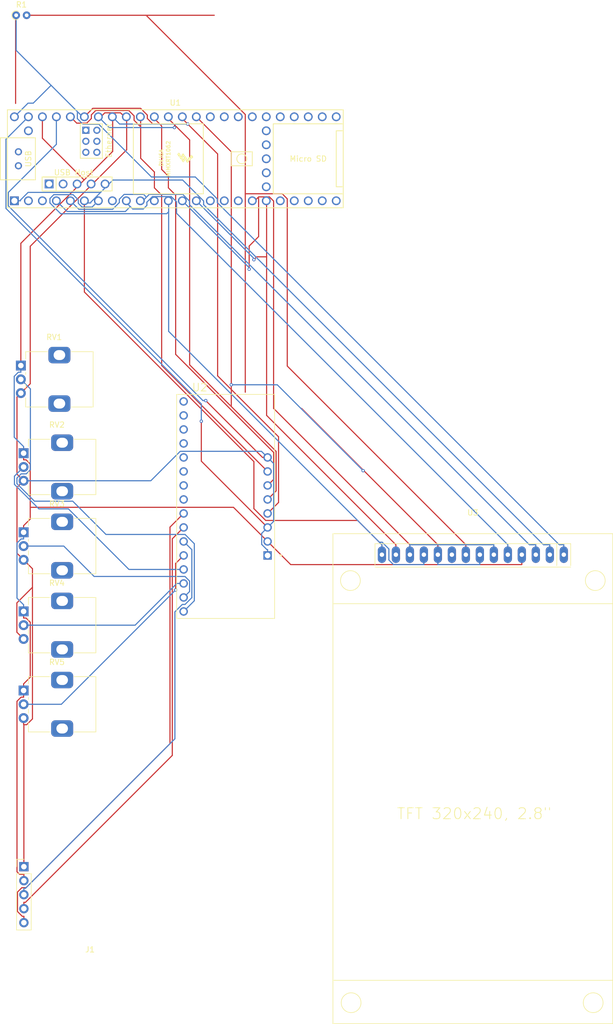
<source format=kicad_pcb>
(kicad_pcb (version 20240108) (generator "pcbnew") (generator_version "8.0")
  (layers (0 "F.Cu" signal) (31 "B.Cu" signal) (34 "B.Paste" user) (35 "F.Paste" user) (36 "B.SilkS" user "B.Silkscreen") (37 "F.SilkS" user "F.Silkscreen") (38 "B.Mask" user) (39 "F.Mask" user) (44 "Edge.Cuts" user))
  (net 0 "")
  (net 1 "Net-(U1-4_BCLK2)")
  (net 3 "Net-(U2-EN)")
  (net 61 "Net-(U1-VIN)")
  (net 62 "Net-(J1-Pin_2)")
  (net 63 "Net-(J1-Pin_3)")
  (net 64 "Net-(J1-Pin_1)")
  (net 65 "Net-(J1-Pin_4)")
  (net 66 "Net-(J1-Pin_5)")
  (net 67 "Net-(U2-C0)")
  (net 68 "Net-(U2-C3)")
  (net 69 "Net-(U2-C1)")
  (net 70 "Net-(U2-C2)")
  (net 71 "Net-(U2-C4)")
  (net 72 "Net-(U1-11_MOSI_CTX1)")
  (net 73 "Net-(U1-12_MISO_MQSL)")
  (net 74 "Net-(U1-19_A5_SCL)")
  (net 75 "Net-(U1-2_OUT2)")
  (net 76 "Net-(U1-22_A8_CTX1)")
  (net 77 "Net-(U1-21_A7_RX5_BCLK1)")
  (net 78 "Net-(U1-5_IN2)")
  (net 79 "Net-(U1-3_LRCLK2)")
  (net 80 "Net-(U1-13_SCK_LED)")
  (net 81 "Net-(U1-20_A6_TX5_LRCLK1)")
  (net 83 "Net-(U3-GND)")
  (net 84 "Net-(U3-LED)")
  (net 86 "Net-(U1-23_A9_CRX1_MCLK1)")
  (footprint "Potentiometer_THT:Potentiometer_Alps_RK09K_Single_Vertical" (layer "F.Cu") (at 15.95 122.65)
    (property "Reference" "RV4" (at 6.05 -5.15 0) (layer "F.SilkS"))
    (property "Value" "R_Potentiometer")
    (pad "1" thru_hole rect (at 0 0) (size 1.8 1.8) (drill 1) (layers "*.Cu" "*.Mask") (net 62 "Net-(J1-Pin_2)"))
    (pad "2" thru_hole circle (at 0 2.5) (size 1.8 1.8) (drill 1) (layers "*.Cu" "*.Mask") (net 70 "Net-(U2-C2)"))
    (pad "3" thru_hole circle (at 0 5) (size 1.8 1.8) (drill 1) (layers "*.Cu" "*.Mask") (net 64 "Net-(J1-Pin_1)"))
    (pad "MP" thru_hole roundrect (at 7 -1.9) (size 4 3) (drill oval 2.1 1.8) (layers "*.Cu" "*.Mask"))
    (pad "MP" thru_hole roundrect (at 7 6.9) (size 4 3) (drill oval 2.1 1.8) (layers "*.Cu" "*.Mask"))
  )
  (footprint "BOB-09056:MODULE_BOB-09056" (layer "F.Cu") (at 52.62 103.61)
    (property "Reference" "U2" (at -4.695 -21.589 0) (layer "F.SilkS") (effects (font (size 1.4 1.4))))
    (property "Value" "BOB-09056")
    (pad "JP1-1" thru_hole circle (at -7.62 19.05) (size 1.53 1.53) (drill 1.02) (layers "*.Cu" "*.Mask") (net 67 "Net-(U2-C0)"))
    (pad "JP1-2" thru_hole circle (at -7.62 16.51) (size 1.53 1.53) (drill 1.02) (layers "*.Cu" "*.Mask") (net 69 "Net-(U2-C1)"))
    (pad "JP1-3" thru_hole circle (at -7.62 13.97) (size 1.53 1.53) (drill 1.02) (layers "*.Cu" "*.Mask") (net 70 "Net-(U2-C2)"))
    (pad "JP1-4" thru_hole circle (at -7.62 11.43) (size 1.53 1.53) (drill 1.02) (layers "*.Cu" "*.Mask") (net 68 "Net-(U2-C3)"))
    (pad "JP1-5" thru_hole circle (at -7.62 8.89) (size 1.53 1.53) (drill 1.02) (layers "*.Cu" "*.Mask") (net 71 "Net-(U2-C4)"))
    (pad "JP1-6" thru_hole circle (at -7.62 6.35) (size 1.53 1.53) (drill 1.02) (layers "*.Cu" "*.Mask") (net 63 "Net-(J1-Pin_3)"))
    (pad "JP1-7" thru_hole circle (at -7.62 3.81) (size 1.53 1.53) (drill 1.02) (layers "*.Cu" "*.Mask") (net 65 "Net-(J1-Pin_4)"))
    (pad "JP1-8" thru_hole circle (at -7.62 1.27) (size 1.53 1.53) (drill 1.02) (layers "*.Cu" "*.Mask") (net 66 "Net-(J1-Pin_5)"))
    (pad "JP1-9" thru_hole circle (at -7.62 -1.27) (size 1.53 1.53) (drill 1.02) (layers "*.Cu" "*.Mask"))
    (pad "JP1-10" thru_hole circle (at -7.62 -3.81) (size 1.53 1.53) (drill 1.02) (layers "*.Cu" "*.Mask"))
    (pad "JP1-11" thru_hole circle (at -7.62 -6.35) (size 1.53 1.53) (drill 1.02) (layers "*.Cu" "*.Mask"))
    (pad "JP1-12" thru_hole circle (at -7.62 -8.89) (size 1.53 1.53) (drill 1.02) (layers "*.Cu" "*.Mask"))
    (pad "JP1-13" thru_hole circle (at -7.62 -11.43) (size 1.53 1.53) (drill 1.02) (layers "*.Cu" "*.Mask"))
    (pad "JP1-14" thru_hole circle (at -7.62 -13.97) (size 1.53 1.53) (drill 1.02) (layers "*.Cu" "*.Mask"))
    (pad "JP1-15" thru_hole circle (at -7.62 -16.51) (size 1.53 1.53) (drill 1.02) (layers "*.Cu" "*.Mask"))
    (pad "JP1-16" thru_hole circle (at -7.62 -19.05) (size 1.53 1.53) (drill 1.02) (layers "*.Cu" "*.Mask"))
    (pad "JP3-1" thru_hole rect (at 7.62 8.89) (size 1.53 1.53) (drill 1.02) (layers "*.Cu" "*.Mask") (net 64 "Net-(J1-Pin_1)"))
    (pad "JP3-2" thru_hole circle (at 7.62 6.35) (size 1.53 1.53) (drill 1.02) (layers "*.Cu" "*.Mask") (net 62 "Net-(J1-Pin_2)"))
    (pad "JP3-3" thru_hole circle (at 7.62 3.81) (size 1.53 1.53) (drill 1.02) (layers "*.Cu" "*.Mask") (net 3 "Net-(U2-EN)"))
    (pad "JP3-4" thru_hole circle (at 7.62 1.27) (size 1.53 1.53) (drill 1.02) (layers "*.Cu" "*.Mask") (net 74 "Net-(U1-19_A5_SCL)"))
    (pad "JP3-5" thru_hole circle (at 7.62 -1.27) (size 1.53 1.53) (drill 1.02) (layers "*.Cu" "*.Mask") (net 81 "Net-(U1-20_A6_TX5_LRCLK1)"))
    (pad "JP3-6" thru_hole circle (at 7.62 -3.81) (size 1.53 1.53) (drill 1.02) (layers "*.Cu" "*.Mask") (net 77 "Net-(U1-21_A7_RX5_BCLK1)"))
    (pad "JP3-7" thru_hole circle (at 7.62 -6.35) (size 1.53 1.53) (drill 1.02) (layers "*.Cu" "*.Mask") (net 76 "Net-(U1-22_A8_CTX1)"))
    (pad "JP3-8" thru_hole circle (at 7.62 -8.89) (size 1.53 1.53) (drill 1.02) (layers "*.Cu" "*.Mask") (net 86 "Net-(U1-23_A9_CRX1_MCLK1)"))
  )
  (footprint "Resistor_THT:R_Axial_DIN0204_L3.6mm_D1.6mm_P1.90mm_Vertical" (layer "F.Cu") (at 14.6 14.5)
    (property "Reference" "R1" (at 0.95 -1.92 0) (layer "F.SilkS"))
    (property "Value" "R")
    (pad "1" thru_hole circle (at 0 0) (size 1.4 1.4) (drill 0.7) (layers "*.Cu" "*.Mask") (net 61 "Net-(U1-VIN)"))
    (pad "2" thru_hole oval (at 1.9 0) (size 1.4 1.4) (drill 0.7) (layers "*.Cu" "*.Mask") (net 84 "Net-(U3-LED)"))
  )
  (footprint "teensy.pretty-master:Teensy41" (layer "F.Cu") (at 43.49 40.54)
    (property "Reference" "U1" (at 0 -10.16 0) (layer "F.SilkS"))
    (property "Value" "Teensy4.1")
    (fp_text user "USB Host" (at -18.4658 2.4892 0) (layer "F.SilkS"))
    (fp_text user "DVJ6A" (at -2.54 -0.18 -90) (layer "F.SilkS") (effects (font (size 0.7 0.7))))
    (fp_text user "Ethernet" (at -12.065 -3.2766 90) (layer "F.SilkS"))
    (fp_text user "Micro SD" (at 24.13 0 0) (layer "F.SilkS"))
    (fp_text user "MIMXRT1062" (at -1.27 0 -90) (layer "F.SilkS") (effects (font (size 0.7 0.7))))
    (fp_text user "USB" (at -26.67 0 -90) (layer "F.SilkS"))
    (pad "1" thru_hole rect (at -29.21 7.62) (size 1.6 1.6) (drill 1.1) (layers "*.Cu" "*.Mask") (net 83 "Net-(U3-GND)"))
    (pad "2" thru_hole circle (at -26.67 7.62) (size 1.6 1.6) (drill 1.1) (layers "*.Cu" "*.Mask"))
    (pad "3" thru_hole circle (at -24.13 7.62) (size 1.6 1.6) (drill 1.1) (layers "*.Cu" "*.Mask"))
    (pad "4" thru_hole circle (at -21.59 7.62) (size 1.6 1.6) (drill 1.1) (layers "*.Cu" "*.Mask") (net 75 "Net-(U1-2_OUT2)"))
    (pad "5" thru_hole circle (at -19.05 7.62) (size 1.6 1.6) (drill 1.1) (layers "*.Cu" "*.Mask") (net 79 "Net-(U1-3_LRCLK2)"))
    (pad "6" thru_hole circle (at -16.51 7.62) (size 1.6 1.6) (drill 1.1) (layers "*.Cu" "*.Mask") (net 1 "Net-(U1-4_BCLK2)"))
    (pad "7" thru_hole circle (at -13.97 7.62) (size 1.6 1.6) (drill 1.1) (layers "*.Cu" "*.Mask") (net 78 "Net-(U1-5_IN2)"))
    (pad "8" thru_hole circle (at -11.43 7.62) (size 1.6 1.6) (drill 1.1) (layers "*.Cu" "*.Mask"))
    (pad "9" thru_hole circle (at -8.89 7.62) (size 1.6 1.6) (drill 1.1) (layers "*.Cu" "*.Mask"))
    (pad "10" thru_hole circle (at -6.35 7.62) (size 1.6 1.6) (drill 1.1) (layers "*.Cu" "*.Mask"))
    (pad "11" thru_hole circle (at -3.81 7.62) (size 1.6 1.6) (drill 1.1) (layers "*.Cu" "*.Mask"))
    (pad "12" thru_hole circle (at -1.27 7.62) (size 1.6 1.6) (drill 1.1) (layers "*.Cu" "*.Mask"))
    (pad "13" thru_hole circle (at 1.27 7.62) (size 1.6 1.6) (drill 1.1) (layers "*.Cu" "*.Mask") (net 72 "Net-(U1-11_MOSI_CTX1)"))
    (pad "14" thru_hole circle (at 3.81 7.62) (size 1.6 1.6) (drill 1.1) (layers "*.Cu" "*.Mask") (net 73 "Net-(U1-12_MISO_MQSL)"))
    (pad "15" thru_hole circle (at 6.35 7.62) (size 1.6 1.6) (drill 1.1) (layers "*.Cu" "*.Mask"))
    (pad "16" thru_hole circle (at 8.89 7.62) (size 1.6 1.6) (drill 1.1) (layers "*.Cu" "*.Mask"))
    (pad "17" thru_hole circle (at 11.43 7.62) (size 1.6 1.6) (drill 1.1) (layers "*.Cu" "*.Mask"))
    (pad "18" thru_hole circle (at 13.97 7.62) (size 1.6 1.6) (drill 1.1) (layers "*.Cu" "*.Mask"))
    (pad "19" thru_hole circle (at 16.51 7.62) (size 1.6 1.6) (drill 1.1) (layers "*.Cu" "*.Mask"))
    (pad "20" thru_hole circle (at 19.05 7.62) (size 1.6 1.6) (drill 1.1) (layers "*.Cu" "*.Mask"))
    (pad "21" thru_hole circle (at 21.59 7.62) (size 1.6 1.6) (drill 1.1) (layers "*.Cu" "*.Mask"))
    (pad "22" thru_hole circle (at 24.13 7.62) (size 1.6 1.6) (drill 1.1) (layers "*.Cu" "*.Mask"))
    (pad "23" thru_hole circle (at 26.67 7.62) (size 1.6 1.6) (drill 1.1) (layers "*.Cu" "*.Mask"))
    (pad "24" thru_hole circle (at 29.21 7.62) (size 1.6 1.6) (drill 1.1) (layers "*.Cu" "*.Mask"))
    (pad "25" thru_hole circle (at 29.21 -7.62) (size 1.6 1.6) (drill 1.1) (layers "*.Cu" "*.Mask"))
    (pad "26" thru_hole circle (at 26.67 -7.62) (size 1.6 1.6) (drill 1.1) (layers "*.Cu" "*.Mask"))
    (pad "27" thru_hole circle (at 24.13 -7.62) (size 1.6 1.6) (drill 1.1) (layers "*.Cu" "*.Mask"))
    (pad "28" thru_hole circle (at 21.59 -7.62) (size 1.6 1.6) (drill 1.1) (layers "*.Cu" "*.Mask"))
    (pad "29" thru_hole circle (at 19.05 -7.62) (size 1.6 1.6) (drill 1.1) (layers "*.Cu" "*.Mask"))
    (pad "30" thru_hole circle (at 16.51 -7.62) (size 1.6 1.6) (drill 1.1) (layers "*.Cu" "*.Mask"))
    (pad "31" thru_hole circle (at 13.97 -7.62) (size 1.6 1.6) (drill 1.1) (layers "*.Cu" "*.Mask"))
    (pad "32" thru_hole circle (at 11.43 -7.62) (size 1.6 1.6) (drill 1.1) (layers "*.Cu" "*.Mask"))
    (pad "33" thru_hole circle (at 8.89 -7.62) (size 1.6 1.6) (drill 1.1) (layers "*.Cu" "*.Mask"))
    (pad "34" thru_hole circle (at 6.35 -7.62) (size 1.6 1.6) (drill 1.1) (layers "*.Cu" "*.Mask"))
    (pad "35" thru_hole circle (at 3.81 -7.62) (size 1.6 1.6) (drill 1.1) (layers "*.Cu" "*.Mask") (net 80 "Net-(U1-13_SCK_LED)"))
    (pad "36" thru_hole circle (at 1.27 -7.62) (size 1.6 1.6) (drill 1.1) (layers "*.Cu" "*.Mask"))
    (pad "37" thru_hole circle (at -1.27 -7.62) (size 1.6 1.6) (drill 1.1) (layers "*.Cu" "*.Mask"))
    (pad "38" thru_hole circle (at -3.81 -7.62) (size 1.6 1.6) (drill 1.1) (layers "*.Cu" "*.Mask"))
    (pad "39" thru_hole circle (at -6.35 -7.62) (size 1.6 1.6) (drill 1.1) (layers "*.Cu" "*.Mask"))
    (pad "40" thru_hole circle (at -8.89 -7.62) (size 1.6 1.6) (drill 1.1) (layers "*.Cu" "*.Mask"))
    (pad "41" thru_hole circle (at -11.43 -7.62) (size 1.6 1.6) (drill 1.1) (layers "*.Cu" "*.Mask") (net 74 "Net-(U1-19_A5_SCL)"))
    (pad "42" thru_hole circle (at -13.97 -7.62) (size 1.6 1.6) (drill 1.1) (layers "*.Cu" "*.Mask") (net 81 "Net-(U1-20_A6_TX5_LRCLK1)"))
    (pad "43" thru_hole circle (at -16.51 -7.62) (size 1.6 1.6) (drill 1.1) (layers "*.Cu" "*.Mask") (net 77 "Net-(U1-21_A7_RX5_BCLK1)"))
    (pad "44" thru_hole circle (at -19.05 -7.62) (size 1.6 1.6) (drill 1.1) (layers "*.Cu" "*.Mask") (net 76 "Net-(U1-22_A8_CTX1)"))
    (pad "45" thru_hole circle (at -21.59 -7.62) (size 1.6 1.6) (drill 1.1) (layers "*.Cu" "*.Mask") (net 86 "Net-(U1-23_A9_CRX1_MCLK1)"))
    (pad "46" thru_hole circle (at -24.13 -7.62) (size 1.6 1.6) (drill 1.1) (layers "*.Cu" "*.Mask") (net 62 "Net-(J1-Pin_2)"))
    (pad "47" thru_hole circle (at -26.67 -7.62) (size 1.6 1.6) (drill 1.1) (layers "*.Cu" "*.Mask") (net 3 "Net-(U2-EN)"))
    (pad "48" thru_hole circle (at -29.21 -7.62) (size 1.6 1.6) (drill 1.1) (layers "*.Cu" "*.Mask") (net 61 "Net-(U1-VIN)"))
    (pad "49" thru_hole circle (at -26.67 -5.08) (size 1.6 1.6) (drill 1.1) (layers "*.Cu" "*.Mask"))
    (pad "50" thru_hole circle (at 16.51 5.08) (size 1.6 1.6) (drill 1.1) (layers "*.Cu" "*.Mask"))
    (pad "51" thru_hole circle (at 16.51 2.54) (size 1.6 1.6) (drill 1.1) (layers "*.Cu" "*.Mask"))
    (pad "52" thru_hole circle (at 16.51 0) (size 1.6 1.6) (drill 1.1) (layers "*.Cu" "*.Mask"))
    (pad "53" thru_hole circle (at 16.51 -2.54) (size 1.6 1.6) (drill 1.1) (layers "*.Cu" "*.Mask"))
    (pad "54" thru_hole circle (at 16.51 -5.08) (size 1.6 1.6) (drill 1.1) (layers "*.Cu" "*.Mask"))
    (pad "55" thru_hole rect (at -22.9108 4.5692) (size 1.6 1.6) (drill 1.1) (layers "*.Cu" "*.Mask"))
    (pad "56" thru_hole circle (at -20.3708 4.5692) (size 1.6 1.6) (drill 1.1) (layers "*.Cu" "*.Mask"))
    (pad "57" thru_hole circle (at -17.8308 4.5692) (size 1.6 1.6) (drill 1.1) (layers "*.Cu" "*.Mask"))
    (pad "58" thru_hole circle (at -15.2908 4.5692) (size 1.6 1.6) (drill 1.1) (layers "*.Cu" "*.Mask"))
    (pad "59" thru_hole circle (at -12.7508 4.5692) (size 1.6 1.6) (drill 1.1) (layers "*.Cu" "*.Mask"))
    (pad "60" thru_hole rect (at -16.24 -5.1816) (size 1.3 1.3) (drill 0.8) (layers "*.Cu" "*.Mask"))
    (pad "61" thru_hole circle (at -16.24 -3.1816) (size 1.3 1.3) (drill 0.8) (layers "*.Cu" "*.Mask"))
    (pad "62" thru_hole circle (at -16.24 -1.1816) (size 1.3 1.3) (drill 0.8) (layers "*.Cu" "*.Mask"))
    (pad "63" thru_hole circle (at -14.24 -1.1816) (size 1.3 1.3) (drill 0.8) (layers "*.Cu" "*.Mask"))
    (pad "64" thru_hole circle (at -14.24 -3.1816) (size 1.3 1.3) (drill 0.8) (layers "*.Cu" "*.Mask"))
    (pad "65" thru_hole circle (at -14.24 -5.1816) (size 1.3 1.3) (drill 0.8) (layers "*.Cu" "*.Mask"))
    (pad "66" thru_hole circle (at -28.48 -1.27) (size 1.3 1.3) (drill 0.8) (layers "*.Cu" "*.Mask"))
    (pad "67" thru_hole circle (at -28.48 1.27) (size 1.3 1.3) (drill 0.8) (layers "*.Cu" "*.Mask"))
  )
  (footprint "Potentiometer_THT:Potentiometer_Alps_RK09K_Single_Vertical" (layer "F.Cu") (at 15.95 93.95)
    (property "Reference" "RV2" (at 6.05 -5.15 0) (layer "F.SilkS"))
    (property "Value" "R_Potentiometer")
    (pad "1" thru_hole rect (at 0 0) (size 1.8 1.8) (drill 1) (layers "*.Cu" "*.Mask") (net 62 "Net-(J1-Pin_2)"))
    (pad "2" thru_hole circle (at 0 2.5) (size 1.8 1.8) (drill 1) (layers "*.Cu" "*.Mask") (net 68 "Net-(U2-C3)"))
    (pad "3" thru_hole circle (at 0 5) (size 1.8 1.8) (drill 1) (layers "*.Cu" "*.Mask") (net 64 "Net-(J1-Pin_1)"))
    (pad "MP" thru_hole roundrect (at 7 -1.9) (size 4 3) (drill oval 2.1 1.8) (layers "*.Cu" "*.Mask"))
    (pad "MP" thru_hole roundrect (at 7 6.9) (size 4 3) (drill oval 2.1 1.8) (layers "*.Cu" "*.Mask"))
  )
  (footprint "BOB-09056:TFT-320x240 (1)" (layer "F.Cu") (at 97.5 112.36 180)
    (property "Reference" "U3" (at 0 7.62 0) (layer "F.SilkS"))
    (property "Value" "TFT_320x240")
    (fp_text user "TFT 320x240, 2.8\"" (at -0.254 -46.99 0) (layer "F.SilkS") (effects (font (size 2 2))))
    (pad "1" thru_hole oval (at -16.51 0 180) (size 1.5 3) (drill 0.8) (layers "*.Cu" "*.Mask") (net 61 "Net-(U1-VIN)"))
    (pad "2" thru_hole oval (at -13.97 0 180) (size 1.5 3) (drill 0.8) (layers "*.Cu" "*.Mask") (net 83 "Net-(U3-GND)"))
    (pad "3" thru_hole oval (at -11.43 0 180) (size 1.5 3) (drill 0.8) (layers "*.Cu" "*.Mask") (net 79 "Net-(U1-3_LRCLK2)"))
    (pad "4" thru_hole oval (at -8.89 0 180) (size 1.5 3) (drill 0.8) (layers "*.Cu" "*.Mask") (net 62 "Net-(J1-Pin_2)"))
    (pad "5" thru_hole oval (at -6.35 0 180) (size 1.5 3) (drill 0.8) (layers "*.Cu" "*.Mask") (net 75 "Net-(U1-2_OUT2)"))
    (pad "6" thru_hole oval (at -3.81 0 180) (size 1.5 3) (drill 0.8) (layers "*.Cu" "*.Mask") (net 72 "Net-(U1-11_MOSI_CTX1)"))
    (pad "7" thru_hole oval (at -1.27 0 180) (size 1.5 3) (drill 0.8) (layers "*.Cu" "*.Mask") (net 80 "Net-(U1-13_SCK_LED)"))
    (pad "8" thru_hole oval (at 1.27 0 180) (size 1.5 3) (drill 0.8) (layers "*.Cu" "*.Mask") (net 84 "Net-(U3-LED)"))
    (pad "9" thru_hole oval (at 3.81 0 180) (size 1.5 3) (drill 0.8) (layers "*.Cu" "*.Mask"))
    (pad "10" thru_hole oval (at 6.35 0 180) (size 1.5 3) (drill 0.8) (layers "*.Cu" "*.Mask") (net 80 "Net-(U1-13_SCK_LED)"))
    (pad "11" thru_hole oval (at 8.89 0 180) (size 1.5 3) (drill 0.8) (layers "*.Cu" "*.Mask") (net 78 "Net-(U1-5_IN2)"))
    (pad "12" thru_hole oval (at 11.43 0 180) (size 1.5 3) (drill 0.8) (layers "*.Cu" "*.Mask") (net 72 "Net-(U1-11_MOSI_CTX1)"))
    (pad "13" thru_hole oval (at 13.97 0 180) (size 1.5 3) (drill 0.8) (layers "*.Cu" "*.Mask") (net 73 "Net-(U1-12_MISO_MQSL)"))
    (pad "14" thru_hole oval (at 16.51 0 180) (size 1.5 3) (drill 0.8) (layers "*.Cu" "*.Mask") (net 1 "Net-(U1-4_BCLK2)"))
  )
  (footprint "Connector_PinHeader_2.54mm:PinHeader_1x05_P2.54mm_Vertical" (layer "F.Cu") (at 16 168.96)
    (property "Reference" "J1" (at 12 15.04 0) (layer "F.SilkS"))
    (property "Value" "Conn_01x05")
    (pad "1" thru_hole rect (at 0 0) (size 1.7 1.7) (drill 1) (layers "*.Cu" "*.Mask") (net 64 "Net-(J1-Pin_1)"))
    (pad "2" thru_hole oval (at 0 2.54) (size 1.7 1.7) (drill 1) (layers "*.Cu" "*.Mask") (net 62 "Net-(J1-Pin_2)"))
    (pad "3" thru_hole oval (at 0 5.08) (size 1.7 1.7) (drill 1) (layers "*.Cu" "*.Mask") (net 63 "Net-(J1-Pin_3)"))
    (pad "4" thru_hole oval (at 0 7.62) (size 1.7 1.7) (drill 1) (layers "*.Cu" "*.Mask") (net 65 "Net-(J1-Pin_4)"))
    (pad "5" thru_hole oval (at 0 10.16) (size 1.7 1.7) (drill 1) (layers "*.Cu" "*.Mask") (net 66 "Net-(J1-Pin_5)"))
  )
  (footprint "Potentiometer_THT:Potentiometer_Alps_RK09K_Single_Vertical" (layer "F.Cu") (at 15.45 78.05)
    (property "Reference" "RV1" (at 6.05 -5.15 0) (layer "F.SilkS"))
    (property "Value" "R_Potentiometer")
    (pad "1" thru_hole rect (at 0 0) (size 1.8 1.8) (drill 1) (layers "*.Cu" "*.Mask") (net 62 "Net-(J1-Pin_2)"))
    (pad "2" thru_hole circle (at 0 2.5) (size 1.8 1.8) (drill 1) (layers "*.Cu" "*.Mask") (net 67 "Net-(U2-C0)"))
    (pad "3" thru_hole circle (at 0 5) (size 1.8 1.8) (drill 1) (layers "*.Cu" "*.Mask") (net 64 "Net-(J1-Pin_1)"))
    (pad "MP" thru_hole roundrect (at 7 -1.9) (size 4 3) (drill oval 2.1 1.8) (layers "*.Cu" "*.Mask"))
    (pad "MP" thru_hole roundrect (at 7 6.9) (size 4 3) (drill oval 2.1 1.8) (layers "*.Cu" "*.Mask"))
  )
  (footprint "Potentiometer_THT:Potentiometer_Alps_RK09K_Single_Vertical" (layer "F.Cu") (at 15.95 137)
    (property "Reference" "RV5" (at 6.05 -5.15 0) (layer "F.SilkS"))
    (property "Value" "R_Potentiometer")
    (pad "1" thru_hole rect (at 0 0) (size 1.8 1.8) (drill 1) (layers "*.Cu" "*.Mask") (net 62 "Net-(J1-Pin_2)"))
    (pad "2" thru_hole circle (at 0 2.5) (size 1.8 1.8) (drill 1) (layers "*.Cu" "*.Mask") (net 71 "Net-(U2-C4)"))
    (pad "3" thru_hole circle (at 0 5) (size 1.8 1.8) (drill 1) (layers "*.Cu" "*.Mask") (net 64 "Net-(J1-Pin_1)"))
    (pad "MP" thru_hole roundrect (at 7 -1.9) (size 4 3) (drill oval 2.1 1.8) (layers "*.Cu" "*.Mask"))
    (pad "MP" thru_hole roundrect (at 7 6.9) (size 4 3) (drill oval 2.1 1.8) (layers "*.Cu" "*.Mask"))
  )
  (footprint "Potentiometer_THT:Potentiometer_Alps_RK09K_Single_Vertical" (layer "F.Cu") (at 15.95 108.3)
    (property "Reference" "RV3" (at 6.05 -5.15 0) (layer "F.SilkS"))
    (property "Value" "R_Potentiometer")
    (pad "1" thru_hole rect (at 0 0) (size 1.8 1.8) (drill 1) (layers "*.Cu" "*.Mask") (net 62 "Net-(J1-Pin_2)"))
    (pad "2" thru_hole circle (at 0 2.5) (size 1.8 1.8) (drill 1) (layers "*.Cu" "*.Mask") (net 69 "Net-(U2-C1)"))
    (pad "3" thru_hole circle (at 0 5) (size 1.8 1.8) (drill 1) (layers "*.Cu" "*.Mask") (net 64 "Net-(J1-Pin_1)"))
    (pad "MP" thru_hole roundrect (at 7 -1.9) (size 4 3) (drill oval 2.1 1.8) (layers "*.Cu" "*.Mask"))
    (pad "MP" thru_hole roundrect (at 7 6.9) (size 4 3) (drill oval 2.1 1.8) (layers "*.Cu" "*.Mask"))
  )
  (segment (start 80.99 112.36) (end 80.99 110.558) (width 0.2) (layer "F.Cu") (net 1))
  (segment (start 57.7567 104.011) (end 57.7567 95.4777) (width 0.2) (layer "F.Cu") (net 1))
  (segment (start 26.98 64.701) (end 26.98 48.16) (width 0.2) (layer "F.Cu") (net 1))
  (segment (start 80.99 110.558) (end 76.5817 106.15) (width 0.2) (layer "F.Cu") (net 1))
  (segment (start 76.5817 106.15) (end 59.8953 106.15) (width 0.2) (layer "F.Cu") (net 1))
  (segment (start 57.7567 95.4777) (end 26.98 64.701) (width 0.2) (layer "F.Cu") (net 1))
  (segment (start 59.8953 106.15) (end 57.7567 104.011) (width 0.2) (layer "F.Cu") (net 1))
  (segment (start 60.24 107.42) (end 48.2102 95.3902) (width 0.2) (layer "F.Cu") (net 3))
  (segment (start 48.2102 95.3902) (end 48.2102 88.152) (width 0.2) (layer "F.Cu") (net 3))
  (via (at 48.2102 88.152) (size 0.6) (drill 0.3) (layers "F.Cu" "B.Cu") (net 3))
  (segment (start 16.82 32.92) (end 12.7494 36.9906) (width 0.2) (layer "B.Cu") (net 3))
  (segment (start 12.7494 36.9906) (end 12.7494 49.5501) (width 0.2) (layer "B.Cu") (net 3))
  (segment (start 48.2102 85.0109) (end 48.2102 88.152) (width 0.2) (layer "B.Cu") (net 3))
  (segment (start 12.7494 49.5501) (end 48.2102 85.0109) (width 0.2) (layer "B.Cu") (net 3))
  (segment (start 14.5 14.6) (end 14.5 30.5) (width 0.2) (layer "F.Cu") (net 61))
  (segment (start 14.6 14.5) (end 14.5 14.6) (width 0.2) (layer "F.Cu") (net 61))
  (segment (start 25.71 33.2551) (end 25.71 31.98) (width 0.2) (layer "B.Cu") (net 61))
  (segment (start 114.01 112.36) (end 114.01 110.558) (width 0.2) (layer "B.Cu") (net 61))
  (segment (start 113.189 110.558) (end 51.11 48.4791) (width 0.2) (layer "B.Cu") (net 61))
  (segment (start 51.11 48.4791) (end 51.11 47.8289) (width 0.2) (layer "B.Cu") (net 61))
  (segment (start 17.7011 30.4476) (end 16.7524 30.4476) (width 0.2) (layer "B.Cu") (net 61))
  (segment (start 47.1184 43.8373) (end 39.1592 43.8373) (width 0.2) (layer "B.Cu") (net 61))
  (segment (start 114.01 110.558) (end 113.189 110.558) (width 0.2) (layer "B.Cu") (net 61))
  (segment (start 20.9394 27.2093) (end 17.7011 30.4476) (width 0.2) (layer "B.Cu") (net 61))
  (segment (start 26.7251 34.2702) (end 25.71 33.2551) (width 0.2) (layer "B.Cu") (net 61))
  (segment (start 27.0408 33.3108) (end 25.71 31.98) (width 0.2) (layer "B.Cu") (net 61))
  (segment (start 51.11 47.8289) (end 47.1184 43.8373) (width 0.2) (layer "B.Cu") (net 61))
  (segment (start 39.1592 43.8373) (end 29.5921 34.2702) (width 0.2) (layer "B.Cu") (net 61))
  (segment (start 16.7524 30.4476) (end 14.28 32.92) (width 0.2) (layer "B.Cu") (net 61))
  (segment (start 29.5921 34.2702) (end 26.7251 34.2702) (width 0.2) (layer "B.Cu") (net 61))
  (segment (start 25.71 31.98) (end 20.9394 27.2093) (width 0.2) (layer "B.Cu") (net 61))
  (segment (start 20.9394 27.2093) (end 14.6 20.87) (width 0.2) (layer "B.Cu") (net 61))
  (segment (start 14.6 20.87) (end 14.6 14.5) (width 0.2) (layer "B.Cu") (net 61))
  (segment (start 15.95 123.852) (end 15.95 122.65) (width 0.2) (layer "F.Cu") (net 62))
  (segment (start 26.9347 44.3829) (end 32.1208 39.1968) (width 0.2) (layer "F.Cu") (net 62))
  (segment (start 16.3918 123.852) (end 15.95 123.852) (width 0.2) (layer "F.Cu") (net 62))
  (segment (start 16.4007 95.1517) (end 15.95 95.1517) (width 0.2) (layer "F.Cu") (net 62))
  (segment (start 17.1552 134.593) (end 17.1552 124.615) (width 0.2) (layer "F.Cu") (net 62))
  (segment (start 106.39 114.162) (end 64.4417 114.162) (width 0.2) (layer "F.Cu") (net 62))
  (segment (start 15.95 138.202) (end 15.4993 138.202) (width 0.2) (layer "F.Cu") (net 62))
  (segment (start 17.1517 103.767) (end 54.0469 103.767) (width 0.2) (layer "F.Cu") (net 62))
  (segment (start 17.1552 124.615) (end 16.3918 123.852) (width 0.2) (layer "F.Cu") (net 62))
  (segment (start 15.45 78.05) (end 15.45 55.8676) (width 0.2) (layer "F.Cu") (net 62))
  (segment (start 16 170.348) (end 16 171.5) (width 0.2) (layer "F.Cu") (net 62))
  (segment (start 15.95 108.3) (end 15.95 107.098) (width 0.2) (layer "F.Cu") (net 62))
  (segment (start 15.4993 138.202) (end 14.7483 138.953) (width 0.2) (layer "F.Cu") (net 62))
  (segment (start 64.4417 114.162) (end 60.24 109.96) (width 0.2) (layer "F.Cu") (net 62))
  (segment (start 14.7483 169.888) (end 15.2082 170.348) (width 0.2) (layer "F.Cu") (net 62))
  (segment (start 15.95 137) (end 15.95 138.202) (width 0.2) (layer "F.Cu") (net 62))
  (segment (start 54.0469 103.767) (end 60.24 109.96) (width 0.2) (layer "F.Cu") (net 62))
  (segment (start 17.1517 105.897) (end 17.1517 103.767) (width 0.2) (layer "F.Cu") (net 62))
  (segment (start 15.95 95.1517) (end 15.95 93.95) (width 0.2) (layer "F.Cu") (net 62))
  (segment (start 26.9347 44.3829) (end 19.36 36.8082) (width 0.2) (layer "F.Cu") (net 62))
  (segment (start 15.95 107.098) (end 17.1517 105.897) (width 0.2) (layer "F.Cu") (net 62))
  (segment (start 15.95 135.798) (end 17.1552 134.593) (width 0.2) (layer "F.Cu") (net 62))
  (segment (start 32.1208 39.1968) (end 32.1208 33.3108) (width 0.2) (layer "F.Cu") (net 62))
  (segment (start 15.95 137) (end 15.95 135.798) (width 0.2) (layer "F.Cu") (net 62))
  (segment (start 15.45 55.8676) (end 26.9347 44.3829) (width 0.2) (layer "F.Cu") (net 62))
  (segment (start 14.7483 138.953) (end 14.7483 169.888) (width 0.2) (layer "F.Cu") (net 62))
  (segment (start 19.36 36.8082) (end 19.36 32.92) (width 0.2) (layer "F.Cu") (net 62))
  (segment (start 17.1517 95.9027) (end 16.4007 95.1517) (width 0.2) (layer "F.Cu") (net 62))
  (segment (start 17.1517 103.767) (end 17.1517 95.9027) (width 0.2) (layer "F.Cu") (net 62))
  (segment (start 15.2082 170.348) (end 16 170.348) (width 0.2) (layer "F.Cu") (net 62))
  (segment (start 106.39 112.36) (end 106.39 114.162) (width 0.2) (layer "F.Cu") (net 62))
  (segment (start 15.95 109.502) (end 15.4994 109.502) (width 0.2) (layer "B.Cu") (net 62))
  (segment (start 14.9993 79.2517) (end 14.2483 80.0027) (width 0.2) (layer "B.Cu") (net 62))
  (segment (start 15.95 121.448) (end 15.95 122.65) (width 0.2) (layer "B.Cu") (net 62))
  (segment (start 14.7483 110.253) (end 14.7483 120.247) (width 0.2) (layer "B.Cu") (net 62))
  (segment (start 15.95 108.3) (end 15.95 109.502) (width 0.2) (layer "B.Cu") (net 62))
  (segment (start 15.4994 109.502) (end 14.7483 110.253) (width 0.2) (layer "B.Cu") (net 62))
  (segment (start 14.2483 80.0027) (end 14.2483 91.0466) (width 0.2) (layer "B.Cu") (net 62))
  (segment (start 14.7483 120.247) (end 15.95 121.448) (width 0.2) (layer "B.Cu") (net 62))
  (segment (start 15.45 78.05) (end 15.45 79.2517) (width 0.2) (layer "B.Cu") (net 62))
  (segment (start 15.45 79.2517) (end 14.9993 79.2517) (width 0.2) (layer "B.Cu") (net 62))
  (segment (start 15.95 92.7483) (end 15.95 93.95) (width 0.2) (layer "B.Cu") (net 62))
  (segment (start 14.2483 91.0466) (end 15.95 92.7483) (width 0.2) (layer "B.Cu") (net 62))
  (segment (start 16 172.888) (end 16.2879 172.888) (width 0.2) (layer "B.Cu") (net 63))
  (segment (start 16.2879 172.888) (end 43.4151 145.761) (width 0.2) (layer "B.Cu") (net 63))
  (segment (start 16 174.04) (end 16 172.888) (width 0.2) (layer "B.Cu") (net 63))
  (segment (start 46.4901 120.154) (end 46.4901 111.45) (width 0.2) (layer "B.Cu") (net 63))
  (segment (start 43.4151 122.728) (end 44.7533 121.39) (width 0.2) (layer "B.Cu") (net 63))
  (segment (start 45.2541 121.39) (end 46.4901 120.154) (width 0.2) (layer "B.Cu") (net 63))
  (segment (start 43.4151 145.761) (end 43.4151 122.728) (width 0.2) (layer "B.Cu") (net 63))
  (segment (start 46.4901 111.45) (end 45 109.96) (width 0.2) (layer "B.Cu") (net 63))
  (segment (start 44.7533 121.39) (end 45.2541 121.39) (width 0.2) (layer "B.Cu") (net 63))
  (segment (start 34.6608 33.3108) (end 33.5448 32.1948) (width 0.2) (layer "F.Cu") (net 64))
  (segment (start 17.5569 118.278) (end 14.7314 121.104) (width 0.2) (layer "F.Cu") (net 64))
  (segment (start 14.7314 126.431) (end 15.95 127.65) (width 0.2) (layer "F.Cu") (net 64))
  (segment (start 17.5569 142.152) (end 17.5569 118.278) (width 0.2) (layer "F.Cu") (net 64))
  (segment (start 14.7314 121.104) (end 14.7314 126.431) (width 0.2) (layer "F.Cu") (net 64))
  (segment (start 15.95 143.153) (end 16 143.203) (width 0.2) (layer "F.Cu") (net 64))
  (segment (start 16 143.203) (end 16.5055 143.203) (width 0.2) (layer "F.Cu") (net 64))
  (segment (start 14.7483 83.7517) (end 15.45 83.05) (width 0.2) (layer "F.Cu") (net 64))
  (segment (start 17.5569 114.907) (end 15.95 113.3) (width 0.2) (layer "F.Cu") (net 64))
  (segment (start 15.45 83.05) (end 17.1515 81.3485) (width 0.2) (layer "F.Cu") (net 64))
  (segment (start 15.95 142) (end 15.95 143.153) (width 0.2) (layer "F.Cu") (net 64))
  (segment (start 15.95 98.95) (end 14.7483 97.7483) (width 0.2) (layer "F.Cu") (net 64))
  (segment (start 14.7483 97.7483) (end 14.7483 83.7517) (width 0.2) (layer "F.Cu") (net 64))
  (segment (start 16.5055 143.203) (end 17.5569 142.152) (width 0.2) (layer "F.Cu") (net 64))
  (segment (start 14.7483 100.152) (end 15.95 98.95) (width 0.2) (layer "F.Cu") (net 64))
  (segment (start 30.6968 32.1948) (end 29.5808 33.3108) (width 0.2) (layer "F.Cu") (net 64))
  (segment (start 33.5448 32.1948) (end 30.6968 32.1948) (width 0.2) (layer "F.Cu") (net 64))
  (segment (start 17.5569 118.278) (end 17.5569 114.907) (width 0.2) (layer "F.Cu") (net 64))
  (segment (start 17.1515 81.3485) (end 17.1515 56.4134) (width 0.2) (layer "F.Cu") (net 64))
  (segment (start 34.6608 38.9041) (end 34.6608 33.3108) (width 0.2) (layer "F.Cu") (net 64))
  (segment (start 17.1515 56.4134) (end 34.6608 38.9041) (width 0.2) (layer "F.Cu") (net 64))
  (segment (start 16 143.203) (end 16 168.96) (width 0.2) (layer "F.Cu") (net 64))
  (segment (start 14.7483 112.098) (end 14.7483 100.152) (width 0.2) (layer "F.Cu") (net 64))
  (segment (start 15.95 113.3) (end 14.7483 112.098) (width 0.2) (layer "F.Cu") (net 64))
  (segment (start 59.1733 108.487) (end 59.1733 110.5) (width 0.2) (layer "B.Cu") (net 64))
  (segment (start 60.24 111.433) (end 60.24 112.5) (width 0.2) (layer "B.Cu") (net 64))
  (segment (start 61.3447 106.315) (end 60.24 107.42) (width 0.2) (layer "B.Cu") (net 64))
  (segment (start 15.95 98.95) (end 39.04 98.95) (width 0.2) (layer "B.Cu") (net 64))
  (segment (start 61.3447 95.8247) (end 61.3447 106.315) (width 0.2) (layer "B.Cu") (net 64))
  (segment (start 59.1733 110.5) (end 60.1065 111.433) (width 0.2) (layer "B.Cu") (net 64))
  (segment (start 60.1065 111.433) (end 60.24 111.433) (width 0.2) (layer "B.Cu") (net 64))
  (segment (start 60.24 107.42) (end 59.1733 108.487) (width 0.2) (layer "B.Cu") (net 64))
  (segment (start 59.1262 93.6062) (end 61.3447 95.8247) (width 0.2) (layer "B.Cu") (net 64))
  (segment (start 39.04 98.95) (end 44.3838 93.6062) (width 0.2) (layer "B.Cu") (net 64))
  (segment (start 44.3838 93.6062) (end 59.1262 93.6062) (width 0.2) (layer "B.Cu") (net 64))
  (segment (start 42.9403 148.776) (end 16.2879 175.428) (width 0.2) (layer "F.Cu") (net 65))
  (segment (start 42.9403 109.48) (end 42.9403 148.776) (width 0.2) (layer "F.Cu") (net 65))
  (segment (start 45 107.42) (end 42.9403 109.48) (width 0.2) (layer "F.Cu") (net 65))
  (segment (start 16 175.428) (end 16 176.58) (width 0.2) (layer "F.Cu") (net 65))
  (segment (start 16.2879 175.428) (end 16 175.428) (width 0.2) (layer "F.Cu") (net 65))
  (segment (start 42.5228 107.357) (end 45 104.88) (width 0.2) (layer "F.Cu") (net 66))
  (segment (start 42.5228 146.639) (end 42.5228 107.357) (width 0.2) (layer "F.Cu") (net 66))
  (segment (start 16.3914 172.77) (end 42.5228 146.639) (width 0.2) (layer "F.Cu") (net 66))
  (segment (start 16 177.968) (end 15.7121 177.968) (width 0.2) (layer "F.Cu") (net 66))
  (segment (start 16 179.12) (end 16 177.968) (width 0.2) (layer "F.Cu") (net 66))
  (segment (start 14.843 177.099) (end 14.843 173.56) (width 0.2) (layer "F.Cu") (net 66))
  (segment (start 14.843 173.56) (end 15.6327 172.77) (width 0.2) (layer "F.Cu") (net 66))
  (segment (start 15.6327 172.77) (end 16.3914 172.77) (width 0.2) (layer "F.Cu") (net 66))
  (segment (start 15.7121 177.968) (end 14.843 177.099) (width 0.2) (layer "F.Cu") (net 66))
  (segment (start 14.7399 99.4814) (end 14.7399 98.4592) (width 0.2) (layer "B.Cu") (net 67))
  (segment (start 16.4278 97.7) (end 17.1824 96.9454) (width 0.2) (layer "B.Cu") (net 67))
  (segment (start 17.1824 96.9454) (end 17.1824 82.2824) (width 0.2) (layer "B.Cu") (net 67))
  (segment (start 46.9403 120.72) (end 46.9403 110.374) (width 0.2) (layer "B.Cu") (net 67))
  (segment (start 17.913 102.654) (end 14.7399 99.4814) (width 0.2) (layer "B.Cu") (net 67))
  (segment (start 17.1824 82.2824) (end 15.45 80.55) (width 0.2) (layer "B.Cu") (net 67))
  (segment (start 24.8642 102.654) (end 17.913 102.654) (width 0.2) (layer "B.Cu") (net 67))
  (segment (start 15.4991 97.7) (end 16.4278 97.7) (width 0.2) (layer "B.Cu") (net 67))
  (segment (start 45 122.66) (end 46.9403 120.72) (width 0.2) (layer "B.Cu") (net 67))
  (segment (start 14.7399 98.4592) (end 15.4991 97.7) (width 0.2) (layer "B.Cu") (net 67))
  (segment (start 46.9403 110.374) (end 45.2562 108.69) (width 0.2) (layer "B.Cu") (net 67))
  (segment (start 30.8997 108.69) (end 24.8642 102.654) (width 0.2) (layer "B.Cu") (net 67))
  (segment (start 45.2562 108.69) (end 30.8997 108.69) (width 0.2) (layer "B.Cu") (net 67))
  (segment (start 35.0743 115.04) (end 24.0832 104.049) (width 0.2) (layer "B.Cu") (net 68))
  (segment (start 14.2887 98.1113) (end 15.95 96.45) (width 0.2) (layer "B.Cu") (net 68))
  (segment (start 24.0832 104.049) (end 18.7295 104.049) (width 0.2) (layer "B.Cu") (net 68))
  (segment (start 18.7295 104.049) (end 14.2887 99.6081) (width 0.2) (layer "B.Cu") (net 68))
  (segment (start 45 115.04) (end 35.0743 115.04) (width 0.2) (layer "B.Cu") (net 68))
  (segment (start 14.2887 99.6081) (end 14.2887 98.1113) (width 0.2) (layer "B.Cu") (net 68))
  (segment (start 46.0768 119.043) (end 46.0768 117.145) (width 0.2) (layer "B.Cu") (net 69))
  (segment (start 45.2421 116.31) (end 28.753 116.31) (width 0.2) (layer "B.Cu") (net 69))
  (segment (start 46.0768 117.145) (end 45.2421 116.31) (width 0.2) (layer "B.Cu") (net 69))
  (segment (start 45 120.12) (end 46.0768 119.043) (width 0.2) (layer "B.Cu") (net 69))
  (segment (start 23.243 110.8) (end 15.95 110.8) (width 0.2) (layer "B.Cu") (net 69))
  (segment (start 28.753 116.31) (end 23.243 110.8) (width 0.2) (layer "B.Cu") (net 69))
  (segment (start 45 117.58) (end 43.7627 117.58) (width 0.2) (layer "B.Cu") (net 70))
  (segment (start 36.1927 125.15) (end 15.95 125.15) (width 0.2) (layer "B.Cu") (net 70))
  (segment (start 43.7627 117.58) (end 36.1927 125.15) (width 0.2) (layer "B.Cu") (net 70))
  (segment (start 43.542 113.958) (end 43.542 118.76) (width 0.2) (layer "F.Cu") (net 71))
  (segment (start 45 112.5) (end 43.542 113.958) (width 0.2) (layer "F.Cu") (net 71))
  (via (at 43.542 118.76) (size 0.6) (drill 0.3) (layers "F.Cu" "B.Cu") (net 71))
  (segment (start 43.542 118.76) (end 22.8025 139.5) (width 0.2) (layer "B.Cu") (net 71))
  (segment (start 22.8025 139.5) (end 15.95 139.5) (width 0.2) (layer "B.Cu") (net 71))
  (segment (start 58.6109 47.6989) (end 58.6109 54.6536) (width 0.2) (layer "F.Cu") (net 72))
  (segment (start 86.07 112.36) (end 86.07 110.558) (width 0.2) (layer "F.Cu") (net 72))
  (segment (start 56.8977 56.3668) (end 56.8977 60.5629) (width 0.2) (layer "F.Cu") (net 72))
  (segment (start 61.3308 48.2043) (end 60.5746 47.4481) (width 0.2) (layer "F.Cu") (net 72))
  (segment (start 58.6109 54.6536) (end 56.8977 56.3668) (width 0.2) (layer "F.Cu") (net 72))
  (segment (start 61.3308 85.8191) (end 61.3308 48.2043) (width 0.2) (layer "F.Cu") (net 72))
  (segment (start 86.07 110.558) (end 61.3308 85.8191) (width 0.2) (layer "F.Cu") (net 72))
  (segment (start 58.6235 47.4481) (end 58.4918 47.5798) (width 0.2) (layer "F.Cu") (net 72))
  (segment (start 60.5746 47.4481) (end 58.6235 47.4481) (width 0.2) (layer "F.Cu") (net 72))
  (segment (start 58.4918 47.5798) (end 57.5208 48.5508) (width 0.2) (layer "F.Cu") (net 72))
  (segment (start 58.4918 47.5798) (end 58.6109 47.6989) (width 0.2) (layer "F.Cu") (net 72))
  (via (at 56.8977 60.5629) (size 0.6) (drill 0.3) (layers "F.Cu" "B.Cu") (net 72))
  (segment (start 101.31 110.558) (end 86.07 110.558) (width 0.2) (layer "B.Cu") (net 72))
  (segment (start 86.07 110.558) (end 86.07 112.36) (width 0.2) (layer "B.Cu") (net 72))
  (segment (start 56.8977 60.2977) (end 56.8977 60.5629) (width 0.2) (layer "B.Cu") (net 72))
  (segment (start 44.76 48.16) (end 56.8977 60.2977) (width 0.2) (layer "B.Cu") (net 72))
  (segment (start 101.31 112.36) (end 101.31 110.558) (width 0.2) (layer "B.Cu") (net 72))
  (segment (start 60.0608 58.3234) (end 58.2756 58.3234) (width 0.2) (layer "F.Cu") (net 73))
  (segment (start 60.0608 87.0891) (end 60.0608 58.3234) (width 0.2) (layer "F.Cu") (net 73))
  (segment (start 60.0608 58.3234) (end 60.0608 48.5508) (width 0.2) (layer "F.Cu") (net 73))
  (segment (start 58.2756 58.3234) (end 57.7542 58.8448) (width 0.2) (layer "F.Cu") (net 73))
  (segment (start 83.53 110.558) (end 60.0608 87.0891) (width 0.2) (layer "F.Cu") (net 73))
  (segment (start 83.53 112.36) (end 83.53 110.558) (width 0.2) (layer "F.Cu") (net 73))
  (via (at 57.7542 58.8448) (size 0.6) (drill 0.3) (layers "F.Cu" "B.Cu") (net 73))
  (segment (start 47.3 48.16) (end 57.7542 58.6142) (width 0.2) (layer "B.Cu") (net 73))
  (segment (start 57.7542 58.6142) (end 57.7542 58.8448) (width 0.2) (layer "B.Cu") (net 73))
  (segment (start 45.7451 34.2351) (end 44.8208 33.3108) (width 0.2) (layer "F.Cu") (net 74))
  (segment (start 62.228 90.9729) (end 51.1708 79.9157) (width 0.2) (layer "F.Cu") (net 74))
  (segment (start 51.1708 79.9157) (end 51.1708 39.6608) (width 0.2) (layer "F.Cu") (net 74))
  (segment (start 60.24 104.88) (end 62.228 102.892) (width 0.2) (layer "F.Cu") (net 74))
  (segment (start 51.1708 39.6608) (end 45.7451 34.2351) (width 0.2) (layer "F.Cu") (net 74))
  (segment (start 62.228 102.892) (end 62.228 90.9729) (width 0.2) (layer "F.Cu") (net 74))
  (via (at 45.7451 34.2351) (size 0.6) (drill 0.3) (layers "F.Cu" "B.Cu") (net 74))
  (segment (start 33.3751 34.2351) (end 45.7451 34.2351) (width 0.2) (layer "B.Cu") (net 74))
  (segment (start 32.06 32.92) (end 33.3751 34.2351) (width 0.2) (layer "B.Cu") (net 74))
  (segment (start 103.85 110.558) (end 43.7191 50.4274) (width 0.2) (layer "B.Cu") (net 75))
  (segment (start 35.3181 49.2081) (end 34.6608 48.5508) (width 0.2) (layer "B.Cu") (net 75))
  (segment (start 103.85 112.36) (end 103.85 110.558) (width 0.2) (layer "B.Cu") (net 75))
  (segment (start 38.3293 48.9892) (end 37.666 49.6525) (width 0.2) (layer "B.Cu") (net 75))
  (segment (start 43.7191 50.4274) (end 43.7191 48.3533) (width 0.2) (layer "B.Cu") (net 75))
  (segment (start 21.9 48.16) (end 23.8424 50.1024) (width 0.2) (layer "B.Cu") (net 75))
  (segment (start 34.4238 50.1024) (end 35.3181 49.2081) (width 0.2) (layer "B.Cu") (net 75))
  (segment (start 37.666 49.6525) (end 35.7625 49.6525) (width 0.2) (layer "B.Cu") (net 75))
  (segment (start 38.3293 48.4043) (end 38.3293 48.9892) (width 0.2) (layer "B.Cu") (net 75))
  (segment (start 39.3339 47.3997) (end 38.3293 48.4043) (width 0.2) (layer "B.Cu") (net 75))
  (segment (start 23.8424 50.1024) (end 34.4238 50.1024) (width 0.2) (layer "B.Cu") (net 75))
  (segment (start 35.7625 49.6525) (end 35.3181 49.2081) (width 0.2) (layer "B.Cu") (net 75))
  (segment (start 43.7191 48.3533) (end 42.7655 47.3997) (width 0.2) (layer "B.Cu") (net 75))
  (segment (start 42.7655 47.3997) (end 39.3339 47.3997) (width 0.2) (layer "B.Cu") (net 75))
  (segment (start 36.0064 33.5496) (end 36.0064 32.7499) (width 0.2) (layer "F.Cu") (net 76))
  (segment (start 25.5941 34.0741) (end 24.44 32.92) (width 0.2) (layer "F.Cu") (net 76))
  (segment (start 36.0064 32.7499) (end 35.0406 31.7841) (width 0.2) (layer "F.Cu") (net 76))
  (segment (start 28.25 33.2293) (end 27.4052 34.0741) (width 0.2) (layer "F.Cu") (net 76))
  (segment (start 35.0406 31.7841) (end 29.0315 31.7841) (width 0.2) (layer "F.Cu") (net 76))
  (segment (start 41.0108 78.0308) (end 60.24 97.26) (width 0.2) (layer "F.Cu") (net 76))
  (segment (start 27.4052 34.0741) (end 25.5941 34.0741) (width 0.2) (layer "F.Cu") (net 76))
  (segment (start 29.0315 31.7841) (end 28.25 32.5656) (width 0.2) (layer "F.Cu") (net 76))
  (segment (start 37.2008 34.744) (end 36.0064 33.5496) (width 0.2) (layer "F.Cu") (net 76))
  (segment (start 41.0108 47.1296) (end 41.0108 78.0308) (width 0.2) (layer "F.Cu") (net 76))
  (segment (start 28.25 32.5656) (end 28.25 33.2293) (width 0.2) (layer "F.Cu") (net 76))
  (segment (start 37.2008 40.4462) (end 39.69 42.9354) (width 0.2) (layer "F.Cu") (net 76))
  (segment (start 39.69 45.8088) (end 41.0108 47.1296) (width 0.2) (layer "F.Cu") (net 76))
  (segment (start 37.2008 34.744) (end 37.2008 40.4462) (width 0.2) (layer "F.Cu") (net 76))
  (segment (start 37.2008 33.3108) (end 37.2008 34.744) (width 0.2) (layer "F.Cu") (net 76))
  (segment (start 39.69 42.9354) (end 39.69 45.8088) (width 0.2) (layer "F.Cu") (net 76))
  (segment (start 39.7408 33.3108) (end 40.6304 34.2004) (width 0.2) (layer "F.Cu") (net 77))
  (segment (start 39.3836 34.2004) (end 38.41 33.2268) (width 0.2) (layer "F.Cu") (net 77))
  (segment (start 37.1812 31.3824) (end 28.5176 31.3824) (width 0.2) (layer "F.Cu") (net 77))
  (segment (start 61.3446 98.6954) (end 60.24 99.8) (width 0.2) (layer "F.Cu") (net 77))
  (segment (start 38.41 32.6112) (end 37.1812 31.3824) (width 0.2) (layer "F.Cu") (net 77))
  (segment (start 43.5508 47.1296) (end 43.5508 76.0172) (width 0.2) (layer "F.Cu") (net 77))
  (segment (start 28.5176 31.3824) (end 26.98 32.92) (width 0.2) (layer "F.Cu") (net 77))
  (segment (start 38.41 33.2268) (end 38.41 32.6112) (width 0.2) (layer "F.Cu") (net 77))
  (segment (start 41.0108 42.4684) (end 42.23 43.6876) (width 0.2) (layer "F.Cu") (net 77))
  (segment (start 40.6304 34.2004) (end 39.3836 34.2004) (width 0.2) (layer "F.Cu") (net 77))
  (segment (start 42.23 45.8088) (end 43.5508 47.1296) (width 0.2) (layer "F.Cu") (net 77))
  (segment (start 40.6304 34.2004) (end 41.0108 34.5808) (width 0.2) (layer "F.Cu") (net 77))
  (segment (start 42.23 43.6876) (end 42.23 45.8088) (width 0.2) (layer "F.Cu") (net 77))
  (segment (start 43.5508 76.0172) (end 61.3446 93.811) (width 0.2) (layer "F.Cu") (net 77))
  (segment (start 61.3446 93.811) (end 61.3446 98.6954) (width 0.2) (layer "F.Cu") (net 77))
  (segment (start 41.0108 34.5808) (end 41.0108 42.4684) (width 0.2) (layer "F.Cu") (net 77))
  (segment (start 25.8783 47.9907) (end 24.9349 47.0473) (width 0.2) (layer "B.Cu") (net 78))
  (segment (start 42.2808 50.1464) (end 42.2808 48.5508) (width 0.2) (layer "B.Cu") (net 78))
  (segment (start 82.26 113.327) (end 82.26 111.322) (width 0.2) (layer "B.Cu") (net 78))
  (segment (start 26.558 49.296) (end 25.8783 48.6163) (width 0.2) (layer "B.Cu") (net 78))
  (segment (start 22.6807 50.5041) (end 41.9231 50.5041) (width 0.2) (layer "B.Cu") (net 78))
  (segment (start 25.8783 48.6163) (end 25.8783 47.9907) (width 0.2) (layer "B.Cu") (net 78))
  (segment (start 80.99 112.36) (end 80.99 110.558) (width 0.2) (layer "B.Cu") (net 78))
  (segment (start 88.61 114.162) (end 83.0943 114.162) (width 0.2) (layer "B.Cu") (net 78))
  (segment (start 20.7297 48.5531) (end 22.6807 50.5041) (width 0.2) (layer "B.Cu") (net 78))
  (segment (start 88.61 112.36) (end 88.61 114.162) (width 0.2) (layer "B.Cu") (net 78))
  (segment (start 80.99 110.558) (end 80.5275 110.096) (width 0.2) (layer "B.Cu") (net 78))
  (segment (start 42.2808 71.8491) (end 42.2808 50.1464) (width 0.2) (layer "B.Cu") (net 78))
  (segment (start 20.7297 47.7456) (end 20.7297 48.5531) (width 0.2) (layer "B.Cu") (net 78))
  (segment (start 21.428 47.0473) (end 20.7297 47.7456) (width 0.2) (layer "B.Cu") (net 78))
  (segment (start 82.26 111.322) (end 81.0338 110.096) (width 0.2) (layer "B.Cu") (net 78))
  (segment (start 24.9349 47.0473) (end 21.428 47.0473) (width 0.2) (layer "B.Cu") (net 78))
  (segment (start 83.0943 114.162) (end 82.26 113.327) (width 0.2) (layer "B.Cu") (net 78))
  (segment (start 41.9231 50.5041) (end 42.2808 50.1464) (width 0.2) (layer "B.Cu") (net 78))
  (segment (start 81.0338 110.096) (end 80.5275 110.096) (width 0.2) (layer "B.Cu") (net 78))
  (segment (start 80.5275 110.096) (end 42.2808 71.8491) (width 0.2) (layer "B.Cu") (net 78))
  (segment (start 29.52 48.16) (end 28.384 49.296) (width 0.2) (layer "B.Cu") (net 78))
  (segment (start 28.384 49.296) (end 26.558 49.296) (width 0.2) (layer "B.Cu") (net 78))
  (segment (start 33.33 47.8712) (end 33.33 48.4789) (width 0.2) (layer "B.Cu") (net 79))
  (segment (start 38.2469 47.5047) (end 37.2008 48.5508) (width 0.2) (layer "B.Cu") (net 79))
  (segment (start 108.93 112.36) (end 108.93 110.558) (width 0.2) (layer "B.Cu") (net 79))
  (segment (start 46.066 48.8608) (end 46.066 48.2163) (width 0.2) (layer "B.Cu") (net 79))
  (segment (start 107.764 110.558) (end 46.066 48.8608) (width 0.2) (layer "B.Cu") (net 79))
  (segment (start 38.7536 46.998) (end 38.2469 47.5047) (width 0.2) (layer "B.Cu") (net 79))
  (segment (start 33.33 48.4789) (end 32.1097 49.6992) (width 0.2) (layer "B.Cu") (net 79))
  (segment (start 38.2469 47.5047) (end 37.746 47.0038) (width 0.2) (layer "B.Cu") (net 79))
  (segment (start 44.8477 46.998) (end 38.7536 46.998) (width 0.2) (layer "B.Cu") (net 79))
  (segment (start 46.066 48.2163) (end 44.8477 46.998) (width 0.2) (layer "B.Cu") (net 79))
  (segment (start 37.746 47.0038) (end 34.1974 47.0038) (width 0.2) (layer "B.Cu") (net 79))
  (segment (start 25.9792 49.6992) (end 24.44 48.16) (width 0.2) (layer "B.Cu") (net 79))
  (segment (start 32.1097 49.6992) (end 25.9792 49.6992) (width 0.2) (layer "B.Cu") (net 79))
  (segment (start 34.1974 47.0038) (end 33.33 47.8712) (width 0.2) (layer "B.Cu") (net 79))
  (segment (start 108.93 110.558) (end 107.764 110.558) (width 0.2) (layer "B.Cu") (net 79))
  (segment (start 53.65 85.4283) (end 53.65 81.5366) (width 0.2) (layer "F.Cu") (net 80))
  (segment (start 77.5823 97.12) (end 77.6471 97.0552) (width 0.2) (layer "F.Cu") (net 80))
  (segment (start 53.65 81.5366) (end 53.65 39.27) (width 0.2) (layer "F.Cu") (net 80))
  (segment (start 53.65 39.27) (end 47.3 32.92) (width 0.2) (layer "F.Cu") (net 80))
  (segment (start 91.15 112.36) (end 91.15 110.558) (width 0.2) (layer "F.Cu") (net 80))
  (segment (start 77.6471 97.0552) (end 66.4108 85.8191) (width 0.2) (layer "F.Cu") (net 80))
  (segment (start 91.15 110.558) (end 77.6471 97.0552) (width 0.2) (layer "F.Cu") (net 80))
  (via (at 77.5823 97.12) (size 0.6) (drill 0.3) (layers "F.Cu" "B.Cu") (net 80))
  (via (at 53.65 81.5366) (size 0.6) (drill 0.3) (layers "F.Cu" "B.Cu") (net 80))
  (segment (start 77.5823 97.12) (end 61.9989 81.5366) (width 0.2) (layer "B.Cu") (net 80))
  (segment (start 61.9989 81.5366) (end 53.65 81.5366) (width 0.2) (layer "B.Cu") (net 80))
  (segment (start 98.77 112.36) (end 98.77 114.162) (width 0.2) (layer "B.Cu") (net 80))
  (segment (start 98.77 114.162) (end 91.15 114.162) (width 0.2) (layer "B.Cu") (net 80))
  (segment (start 91.15 114.162) (end 91.15 112.36) (width 0.2) (layer "B.Cu") (net 80))
  (segment (start 46.0908 77.9186) (end 61.7863 93.6141) (width 0.2) (layer "F.Cu") (net 81))
  (segment (start 61.7863 100.794) (end 60.24 102.34) (width 0.2) (layer "F.Cu") (net 81))
  (segment (start 46.0908 37.1208) (end 46.0908 77.9186) (width 0.2) (layer "F.Cu") (net 81))
  (segment (start 43.3337 34.3637) (end 43.3337 34.8731) (width 0.2) (layer "F.Cu") (net 81))
  (segment (start 61.7863 93.6141) (end 61.7863 100.794) (width 0.2) (layer "F.Cu") (net 81))
  (segment (start 42.2808 33.3108) (end 43.3337 34.3637) (width 0.2) (layer "F.Cu") (net 81))
  (segment (start 43.3337 34.3637) (end 46.0908 37.1208) (width 0.2) (layer "F.Cu") (net 81))
  (via (at 43.3337 34.8731) (size 0.6) (drill 0.3) (layers "F.Cu" "B.Cu") (net 81))
  (segment (start 31.4731 34.8731) (end 43.3337 34.8731) (width 0.2) (layer "B.Cu") (net 81))
  (segment (start 29.52 32.92) (end 31.4731 34.8731) (width 0.2) (layer "B.Cu") (net 81))
  (segment (start 29.921 46.6346) (end 32.1631 44.3925) (width 0.2) (layer "B.Cu") (net 83))
  (segment (start 110.322 110.558) (end 111.47 110.558) (width 0.2) (layer "B.Cu") (net 83))
  (segment (start 15.3817 48.0223) (end 15.3817 48.16) (width 0.2) (layer "B.Cu") (net 83))
  (segment (start 48.6308 48.8672) (end 110.322 110.558) (width 0.2) (layer "B.Cu") (net 83))
  (segment (start 44.8241 44.3925) (end 48.6308 48.1992) (width 0.2) (layer "B.Cu") (net 83))
  (segment (start 27.0408 48.5508) (end 28.1425 48.5508) (width 0.2) (layer "B.Cu") (net 83))
  (segment (start 111.47 110.558) (end 111.47 112.36) (width 0.2) (layer "B.Cu") (net 83))
  (segment (start 32.1631 44.3925) (end 44.8241 44.3925) (width 0.2) (layer "B.Cu") (net 83))
  (segment (start 16.7694 46.6346) (end 15.3817 48.0223) (width 0.2) (layer "B.Cu") (net 83))
  (segment (start 48.6308 48.1992) (end 48.6308 48.8672) (width 0.2) (layer "B.Cu") (net 83))
  (segment (start 15.3817 48.16) (end 14.28 48.16) (width 0.2) (layer "B.Cu") (net 83))
  (segment (start 29.921 46.6346) (end 16.7694 46.6346) (width 0.2) (layer "B.Cu") (net 83))
  (segment (start 28.1425 48.5508) (end 28.1425 48.4131) (width 0.2) (layer "B.Cu") (net 83))
  (segment (start 28.1425 48.4131) (end 29.921 46.6346) (width 0.2) (layer "B.Cu") (net 83))
  (segment (start 68.9508 83.2791) (end 96.23 110.558) (width 0.2) (layer "F.Cu") (net 84))
  (segment (start 38.1876 14.5) (end 16.5 14.5) (width 0.2) (layer "F.Cu") (net 84))
  (segment (start 62.8953 46.884) (end 63.81 47.7987) (width 0.2) (layer "F.Cu") (net 84))
  (segment (start 63.81 78.1383) (end 68.9508 83.2791) (width 0.2) (layer "F.Cu") (net 84))
  (segment (start 56.19 46.884) (end 56.19 32.5024) (width 0.2) (layer "F.Cu") (net 84))
  (segment (start 63.81 47.7987) (end 63.81 78.1383) (width 0.2) (layer "F.Cu") (net 84))
  (segment (start 56.19 46.884) (end 62.8953 46.884) (width 0.2) (layer "F.Cu") (net 84))
  (segment (start 56.19 82.8883) (end 56.19 46.884) (width 0.2) (layer "F.Cu") (net 84))
  (segment (start 56.19 32.5024) (end 38.1876 14.5) (width 0.2) (layer "F.Cu") (net 84))
  (segment (start 96.23 110.558) (end 96.23 112.36) (width 0.2) (layer "F.Cu") (net 84))
  (segment (start 50.5576 14.5) (end 38.1876 14.5) (width 0.2) (layer "F.Cu") (net 84))
  (segment (start 59.3242 94.72) (end 49.0093 84.4051) (width 0.2) (layer "F.Cu") (net 86))
  (segment (start 60.24 94.72) (end 59.3242 94.72) (width 0.2) (layer "F.Cu") (net 86))
  (via (at 49.0093 84.4051) (size 0.6) (drill 0.3) (layers "F.Cu" "B.Cu") (net 86))
  (segment (start 13.1783 49.085) (end 13.1783 46.6363) (width 0.2) (layer "B.Cu") (net 86))
  (segment (start 48.4984 84.4051) (end 13.1783 49.085) (width 0.2) (layer "B.Cu") (net 86))
  (segment (start 49.0093 84.4051) (end 48.4984 84.4051) (width 0.2) (layer "B.Cu") (net 86))
  (segment (start 13.1783 46.6363) (end 21.9 37.9146) (width 0.2) (layer "B.Cu") (net 86))
  (segment (start 21.9 37.9146) (end 21.9 32.92) (width 0.2) (layer "B.Cu") (net 86))
)
</source>
